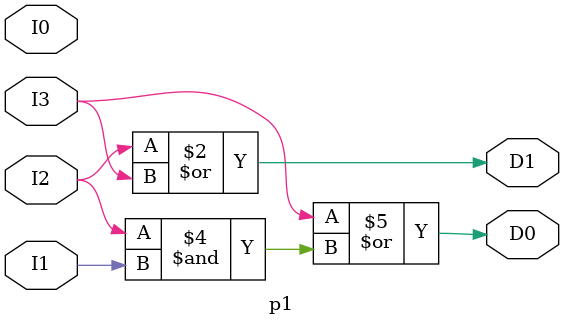
<source format=v>
`timescale 1ns / 1ns

     module p1(I0,I1,I2,I3,D1,D0);

       input  I0,I1,I2,I3;
       output D1,D0;
        reg D1,D0;
        
        always @( I0,I1,I2,I3)begin
             D1<=I2|I3;
             D0<=I3|(-I2&I1);
             
             end
           endmodule
</source>
